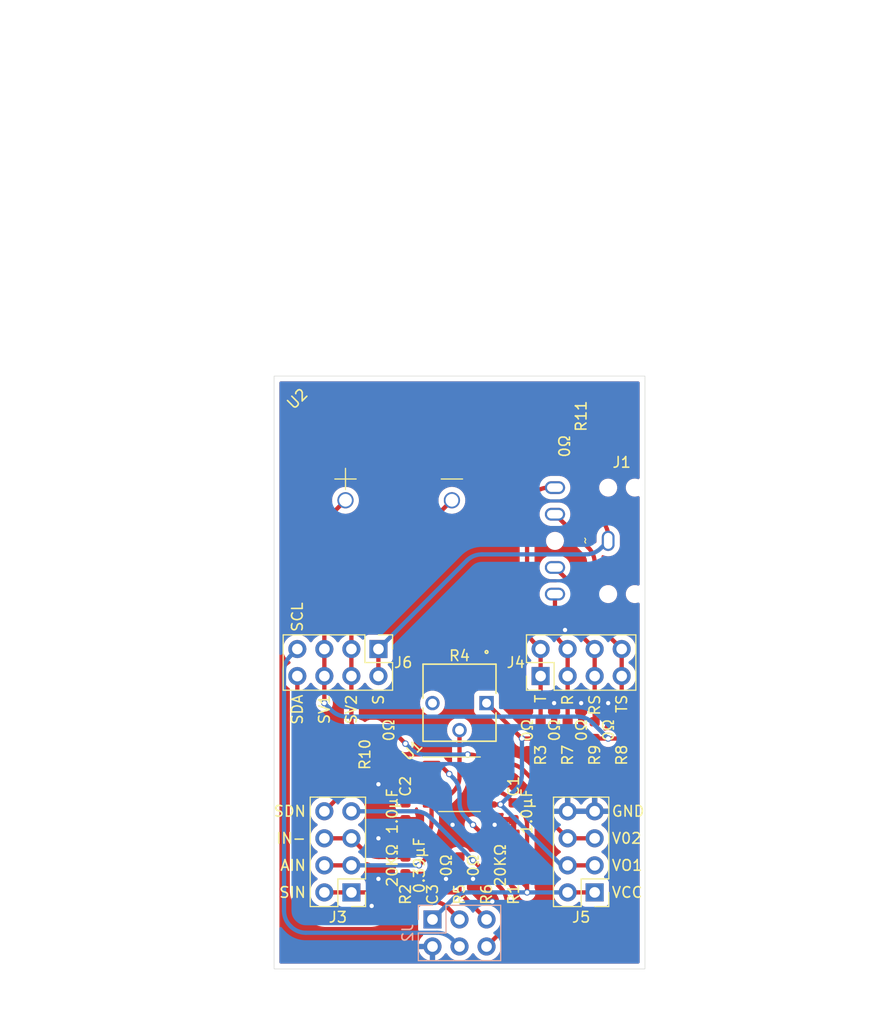
<source format=kicad_pcb>
(kicad_pcb (version 20240108) (generator "pcbnew") (generator_version "8.0")
  (layers (0 "F.Cu" signal) (31 "B.Cu" signal) (34 "B.Paste" user) (35 "F.Paste" user) (36 "B.SilkS" user "B.Silkscreen") (37 "F.SilkS" user "F.Silkscreen") (38 "B.Mask" user) (39 "F.Mask" user) (44 "Edge.Cuts" user))
  (net 0 "")
  (net 1 "GND")
  (net 2 "+3V3")
  (net 3 "IN+")
  (net 4 "Net-(C3-Pad2)")
  (net 5 "SAO_IN")
  (net 6 "SPK_V01")
  (net 7 "VO1")
  (net 8 "AMP_IN")
  (net 9 "HP_TIP")
  (net 10 "Shutdown")
  (net 11 "IN-")
  (net 13 "VO2")
  (net 14 "HP_TIP_SEN")
  (net 15 "HP_RING")
  (net 16 "HP_RING_SEN")
  (net 17 "HP_SLEEVE")
  (net 18 "SCL")
  (net 19 "SDA")
  (net 20 "SAO_SHDN")
  (net 21 "SPK_VO2")
  (footprint "Swadge_Parts:POT_3362P" (layer "F.Cu") (at 157.48 81.28 180)
    (property "Reference" "R4" (at 2.54 4.445 0) (layer "F.SilkS"))
    (property "Value" "3362P-1-103LF")
    (fp_line (start 5.969 3.6576) (end 5.969 0.470524) (stroke (width 0.1524)) (layer "F.SilkS"))
    (fp_line (start 5.969 -0.470524) (end 5.969 -3.5814) (stroke (width 0.1524)) (layer "F.SilkS"))
    (fp_line (start 5.969 -3.5814) (end -0.889 -3.5814) (stroke (width 0.1524)) (layer "F.SilkS"))
    (fp_line (start -0.889 3.6576) (end 5.969 3.6576) (stroke (width 0.1524)) (layer "F.SilkS"))
    (fp_line (start -0.889 0.926286) (end -0.889 3.6576) (stroke (width 0.1524)) (layer "F.SilkS"))
    (fp_line (start -0.889 -3.5814) (end -0.889 -0.926286) (stroke (width 0.1524)) (layer "F.SilkS"))
    (fp_circle (center 0 4.8006) (end 0.127 4.8006) (stroke (width 0.1524)) (fill none) (layer "F.SilkS"))
    (pad "1" thru_hole rect (at 0 0 180) (size 1.3462 1.3462) (drill 0.8382) (layers "*.Cu" "*.Mask") (net 7 "VO1"))
    (pad "2" thru_hole circle (at 2.54 -2.54 180) (size 1.3462 1.3462) (drill 0.8382) (layers "*.Cu" "*.Mask") (net 11 "IN-"))
    (pad "3" thru_hole circle (at 5.08 0 180) (size 1.3462 1.3462) (drill 0.8382) (layers "*.Cu" "*.Mask"))
  )
  (footprint "Swadge_Parts:R_0603_1608Metric" (layer "F.Cu") (at 162.56 83.82 -90)
    (property "Reference" "R3" (at 1.27 0 90) (layer "F.SilkS") (effects (justify right)))
    (property "Value" "0Ω" (at 0 1.24 90) (layer "F.SilkS"))
    (pad "1" smd roundrect (at -0.7875 0 270) (size 0.875 0.95) (layers "F.Cu" "F.Paste" "F.Mask") (net 9 "HP_TIP"))
    (pad "2" smd roundrect (at 0.7875 0 270) (size 0.875 0.95) (layers "F.Cu" "F.Paste" "F.Mask") (net 7 "VO1"))
  )
  (footprint "Swadge_Parts:PinHeader_2x04_P2.54mm_Vertical" (layer "F.Cu") (at 162.56 78.74 90)
    (property "Reference" "J4" (at 1.27 -2.33 180) (layer "F.SilkS"))
    (property "Value" "Conn_02x04_Odd_Even")
    (fp_line (start 3.87 -1.33) (end 3.87 8.95) (stroke (width 0.12)) (layer "F.SilkS"))
    (fp_line (start 1.27 -1.33) (end 3.87 -1.33) (stroke (width 0.12)) (layer "F.SilkS"))
    (fp_line (start -1.33 -1.33) (end 0 -1.33) (stroke (width 0.12)) (layer "F.SilkS"))
    (fp_line (start -1.33 0) (end -1.33 -1.33) (stroke (width 0.12)) (layer "F.SilkS"))
    (fp_line (start 1.27 1.27) (end 1.27 -1.33) (stroke (width 0.12)) (layer "F.SilkS"))
    (fp_line (start -1.33 1.27) (end 1.27 1.27) (stroke (width 0.12)) (layer "F.SilkS"))
    (fp_line (start -1.33 1.27) (end -1.33 8.95) (stroke (width 0.12)) (layer "F.SilkS"))
    (fp_line (start -1.33 8.95) (end 3.87 8.95) (stroke (width 0.12)) (layer "F.SilkS"))
    (pad "1" thru_hole rect (at 0 0 90) (size 1.7 1.7) (drill 1) (layers "*.Cu" "*.Mask") (net 9 "HP_TIP"))
    (pad "2" thru_hole oval (at 2.54 0 90) (size 1.7 1.7) (drill 1) (layers "*.Cu" "*.Mask") (net 9 "HP_TIP"))
    (pad "3" thru_hole oval (at 0 2.54 90) (size 1.7 1.7) (drill 1) (layers "*.Cu" "*.Mask") (net 15 "HP_RING"))
    (pad "4" thru_hole oval (at 2.54 2.54 90) (size 1.7 1.7) (drill 1) (layers "*.Cu" "*.Mask") (net 15 "HP_RING"))
    (pad "5" thru_hole oval (at 0 5.08 90) (size 1.7 1.7) (drill 1) (layers "*.Cu" "*.Mask") (net 16 "HP_RING_SEN"))
    (pad "6" thru_hole oval (at 2.54 5.08 90) (size 1.7 1.7) (drill 1) (layers "*.Cu" "*.Mask") (net 16 "HP_RING_SEN"))
    (pad "7" thru_hole oval (at 0 7.62 90) (size 1.7 1.7) (drill 1) (layers "*.Cu" "*.Mask") (net 14 "HP_TIP_SEN"))
    (pad "8" thru_hole oval (at 2.54 7.62 90) (size 1.7 1.7) (drill 1) (layers "*.Cu" "*.Mask") (net 14 "HP_TIP_SEN"))
  )
  (footprint "Swadge_Parts:R_0603_1608Metric" (layer "F.Cu") (at 170.18 83.82 90)
    (property "Reference" "R8" (at -1.27 0 90) (layer "F.SilkS") (effects (justify right)))
    (property "Value" "0Ω" (at 0 -1.24 90) (layer "F.SilkS"))
    (pad "1" smd roundrect (at -0.7875 0 90) (size 0.875 0.95) (layers "F.Cu" "F.Paste" "F.Mask") (net 6 "SPK_V01"))
    (pad "2" smd roundrect (at 0.7875 0 90) (size 0.875 0.95) (layers "F.Cu" "F.Paste" "F.Mask") (net 14 "HP_TIP_SEN"))
  )
  (footprint "Swadge_Parts:PinHeader_2x04_P2.54mm_Vertical" (layer "F.Cu") (at 144.78 99.06 180)
    (property "Reference" "J3" (at 1.27 -2.33 0) (layer "F.SilkS"))
    (property "Value" "Conn_02x04_Odd_Even")
    (fp_line (start 3.87 -1.33) (end 3.87 8.95) (stroke (width 0.12)) (layer "F.SilkS"))
    (fp_line (start 1.27 1.27) (end 1.27 -1.33) (stroke (width 0.12)) (layer "F.SilkS"))
    (fp_line (start 1.27 -1.33) (end 3.87 -1.33) (stroke (width 0.12)) (layer "F.SilkS"))
    (fp_line (start -1.33 8.95) (end 3.87 8.95) (stroke (width 0.12)) (layer "F.SilkS"))
    (fp_line (start -1.33 1.27) (end 1.27 1.27) (stroke (width 0.12)) (layer "F.SilkS"))
    (fp_line (start -1.33 1.27) (end -1.33 8.95) (stroke (width 0.12)) (layer "F.SilkS"))
    (fp_line (start -1.33 0) (end -1.33 -1.33) (stroke (width 0.12)) (layer "F.SilkS"))
    (fp_line (start -1.33 -1.33) (end 0 -1.33) (stroke (width 0.12)) (layer "F.SilkS"))
    (pad "1" thru_hole rect (at 0 0 180) (size 1.7 1.7) (drill 1) (layers "*.Cu" "*.Mask") (net 5 "SAO_IN"))
    (pad "2" thru_hole oval (at 2.54 0 180) (size 1.7 1.7) (drill 1) (layers "*.Cu" "*.Mask") (net 5 "SAO_IN"))
    (pad "3" thru_hole oval (at 0 2.54 180) (size 1.7 1.7) (drill 1) (layers "*.Cu" "*.Mask") (net 8 "AMP_IN"))
    (pad "4" thru_hole oval (at 2.54 2.54 180) (size 1.7 1.7) (drill 1) (layers "*.Cu" "*.Mask") (net 8 "AMP_IN"))
    (pad "5" thru_hole oval (at 0 5.08 180) (size 1.7 1.7) (drill 1) (layers "*.Cu" "*.Mask") (net 11 "IN-"))
    (pad "6" thru_hole oval (at 2.54 5.08 180) (size 1.7 1.7) (drill 1) (layers "*.Cu" "*.Mask") (net 11 "IN-"))
    (pad "7" thru_hole oval (at 0 7.62 180) (size 1.7 1.7) (drill 1) (layers "*.Cu" "*.Mask") (net 20 "SAO_SHDN"))
    (pad "8" thru_hole oval (at 2.54 7.62 180) (size 1.7 1.7) (drill 1) (layers "*.Cu" "*.Mask") (net 10 "Shutdown"))
  )
  (footprint "Swadge_Parts:C_0603_1608Metric" (layer "F.Cu") (at 152.4 96.52 -90)
    (property "Reference" "C3" (at 1.651 0 90) (layer "F.SilkS") (effects (justify right)))
    (property "Value" "0.39µF" (at 0 1.24 90) (layer "F.SilkS"))
    (pad "1" smd roundrect (at -0.7875 0 270) (size 0.875 0.95) (layers "F.Cu" "F.Paste" "F.Mask") (net 8 "AMP_IN"))
    (pad "2" smd roundrect (at 0.7875 0 270) (size 0.875 0.95) (layers "F.Cu" "F.Paste" "F.Mask") (net 4 "Net-(C3-Pad2)"))
  )
  (footprint "Swadge_Parts:R_0603_1608Metric" (layer "F.Cu") (at 149.86 96.52 90)
    (property "Reference" "R2" (at -1.651 0 90) (layer "F.SilkS") (effects (justify right)))
    (property "Value" "20KΩ" (at 0 -1.24 90) (layer "F.SilkS"))
    (pad "1" smd roundrect (at -0.7875 0 90) (size 0.875 0.95) (layers "F.Cu" "F.Paste" "F.Mask") (net 4 "Net-(C3-Pad2)"))
    (pad "2" smd roundrect (at 0.7875 0 90) (size 0.875 0.95) (layers "F.Cu" "F.Paste" "F.Mask") (net 11 "IN-"))
  )
  (footprint "Swadge_Parts:R_0603_1608Metric" (layer "F.Cu") (at 157.48 96.52 -90)
    (property "Reference" "R6" (at 1.651 0 90) (layer "F.SilkS") (effects (justify right)))
    (property "Value" "0Ω" (at 0 1.24 90) (layer "F.SilkS"))
    (pad "1" smd roundrect (at -0.7875 0 270) (size 0.875 0.95) (layers "F.Cu" "F.Paste" "F.Mask") (net 10 "Shutdown"))
    (pad "2" smd roundrect (at 0.7875 0 270) (size 0.875 0.95) (layers "F.Cu" "F.Paste" "F.Mask") (net 20 "SAO_SHDN"))
  )
  (footprint "Swadge_Parts:R_0603_1608Metric" (layer "F.Cu") (at 160.02 96.52 -90)
    (property "Reference" "R1" (at 1.651 0 90) (layer "F.SilkS") (effects (justify right)))
    (property "Value" "20KΩ" (at 0 1.24 90) (layer "F.SilkS"))
    (pad "1" smd roundrect (at -0.7875 0 270) (size 0.875 0.95) (layers "F.Cu" "F.Paste" "F.Mask") (net 10 "Shutdown"))
    (pad "2" smd roundrect (at 0.7875 0 270) (size 0.875 0.95) (layers "F.Cu" "F.Paste" "F.Mask") (net 2 "+3V3"))
  )
  (footprint "Swadge_Parts:R_0603_1608Metric" (layer "F.Cu") (at 146.05 83.82)
    (property "Reference" "R10" (at 0 0.732 90) (layer "F.SilkS") (effects (justify right)))
    (property "Value" "0Ω" (at 2.256 0 90) (layer "F.SilkS"))
    (pad "1" smd roundrect (at -0.7875 0) (size 0.875 0.95) (layers "F.Cu" "F.Paste" "F.Mask") (net 21 "SPK_VO2"))
    (pad "2" smd roundrect (at 0.7875 0) (size 0.875 0.95) (layers "F.Cu" "F.Paste" "F.Mask") (net 13 "VO2"))
  )
  (footprint "Swadge_Parts:R_0603_1608Metric" (layer "F.Cu") (at 165.1 83.82 -90)
    (property "Reference" "R7" (at 1.27 0 90) (layer "F.SilkS") (effects (justify right)))
    (property "Value" "0Ω" (at 0 1.24 90) (layer "F.SilkS"))
    (pad "1" smd roundrect (at -0.7875 0 270) (size 0.875 0.95) (layers "F.Cu" "F.Paste" "F.Mask") (net 15 "HP_RING"))
    (pad "2" smd roundrect (at 0.7875 0 270) (size 0.875 0.95) (layers "F.Cu" "F.Paste" "F.Mask") (net 7 "VO1"))
  )
  (footprint "Swadge_Parts:R_0603_1608Metric" (layer "F.Cu") (at 167.64 83.82 90)
    (property "Reference" "R9" (at -1.27 0 90) (layer "F.SilkS") (effects (justify right)))
    (property "Value" "0Ω" (at 0 -1.24 90) (layer "F.SilkS"))
    (pad "1" smd roundrect (at -0.7875 0 90) (size 0.875 0.95) (layers "F.Cu" "F.Paste" "F.Mask") (net 6 "SPK_V01"))
    (pad "2" smd roundrect (at 0.7875 0 90) (size 0.875 0.95) (layers "F.Cu" "F.Paste" "F.Mask") (net 16 "HP_RING_SEN"))
  )
  (footprint "Swadge_Parts:R_0603_1608Metric" (layer "F.Cu") (at 166.37 57.15 -90)
    (property "Reference" "R11" (at -1.27 0 90) (layer "F.SilkS") (effects (justify left)))
    (property "Value" "0Ω" (at 0 1.554 90) (layer "F.SilkS"))
    (pad "1" smd roundrect (at -0.7875 0 270) (size 0.875 0.95) (layers "F.Cu" "F.Paste" "F.Mask") (net 1 "GND"))
    (pad "2" smd roundrect (at 0.7875 0 270) (size 0.875 0.95) (layers "F.Cu" "F.Paste" "F.Mask") (net 17 "HP_SLEEVE"))
  )
  (footprint "Swadge_Parts:C_0603_1608Metric" (layer "F.Cu") (at 149.86 91.44 -90)
    (property "Reference" "C2" (at -1.27 0 90) (layer "F.SilkS") (effects (justify left)))
    (property "Value" "1.0µF" (at 0 1.24 90) (layer "F.SilkS"))
    (pad "1" smd roundrect (at -0.7875 0 270) (size 0.875 0.95) (layers "F.Cu" "F.Paste" "F.Mask") (net 3 "IN+"))
    (pad "2" smd roundrect (at 0.7875 0 270) (size 0.875 0.95) (layers "F.Cu" "F.Paste" "F.Mask") (net 1 "GND"))
  )
  (footprint "Swadge_Parts:C_0603_1608Metric" (layer "F.Cu") (at 160.02 91.44 -90)
    (property "Reference" "C1" (at -1.27 0 90) (layer "F.SilkS") (effects (justify left)))
    (property "Value" "1.0µF" (at 0 -1.24 90) (layer "F.SilkS"))
    (pad "1" smd roundrect (at -0.7875 0 270) (size 0.875 0.95) (layers "F.Cu" "F.Paste" "F.Mask") (net 2 "+3V3"))
    (pad "2" smd roundrect (at 0.7875 0 270) (size 0.875 0.95) (layers "F.Cu" "F.Paste" "F.Mask") (net 1 "GND"))
  )
  (footprint "Swadge_Parts:INGHAi GSPK2308P-8R0.5W" (layer "F.Cu") (at 149.225 62.23)
    (property "Reference" "U2" (at -9.525 -9.525 45) (layer "F.SilkS"))
    (property "Value" "INGHAi_GSPK2307P-8R1W")
    (fp_line (start -6 -2) (end -4 -2) (stroke (width 0.12)) (layer "F.SilkS"))
    (fp_line (start -5 -1) (end -5 -3) (stroke (width 0.12)) (layer "F.SilkS"))
    (fp_line (start 4 -2) (end 6 -2) (stroke (width 0.12)) (layer "F.SilkS"))
    (pad "1" thru_hole circle (at -5 0) (size 1.524 1.524) (drill 1.2) (layers "*.Cu" "*.Mask") (net 6 "SPK_V01"))
    (pad "2" thru_hole circle (at 5 0) (size 1.524 1.524) (drill 1.2) (layers "*.Cu" "*.Mask") (net 21 "SPK_VO2"))
  )
  (footprint "Swadge_Parts:SOP-8_3.9x4.9mm_P1.27mm" (layer "F.Cu") (at 154.94 88.9)
    (property "Reference" "U1" (at -4.445 -3.175 45) (layer "F.SilkS"))
    (property "Value" "FM8002A")
    (fp_line (start 0 -2.56) (end -3.45 -2.56) (stroke (width 0.12)) (layer "F.SilkS"))
    (fp_line (start 0 -2.56) (end 1.95 -2.56) (stroke (width 0.12)) (layer "F.SilkS"))
    (fp_line (start 0 2.56) (end -1.95 2.56) (stroke (width 0.12)) (layer "F.SilkS"))
    (fp_line (start 0 2.56) (end 1.95 2.56) (stroke (width 0.12)) (layer "F.SilkS"))
    (pad "1" smd roundrect (at -2.625 -1.905) (size 1.65 0.6) (layers "F.Cu" "F.Paste" "F.Mask") (net 10 "Shutdown"))
    (pad "2" smd roundrect (at -2.625 -0.635) (size 1.65 0.6) (layers "F.Cu" "F.Paste" "F.Mask") (net 3 "IN+"))
    (pad "3" smd roundrect (at -2.625 0.635) (size 1.65 0.6) (layers "F.Cu" "F.Paste" "F.Mask") (net 3 "IN+"))
    (pad "4" smd roundrect (at -2.625 1.905) (size 1.65 0.6) (layers "F.Cu" "F.Paste" "F.Mask") (net 11 "IN-"))
    (pad "5" smd roundrect (at 2.625 1.905) (size 1.65 0.6) (layers "F.Cu" "F.Paste" "F.Mask") (net 7 "VO1"))
    (pad "6" smd roundrect (at 2.625 0.635) (size 1.65 0.6) (layers "F.Cu" "F.Paste" "F.Mask") (net 2 "+3V3"))
    (pad "7" smd roundrect (at 2.625 -0.635) (size 1.65 0.6) (layers "F.Cu" "F.Paste" "F.Mask") (net 1 "GND"))
    (pad "8" smd roundrect (at 2.625 -1.905) (size 1.65 0.6) (layers "F.Cu" "F.Paste" "F.Mask") (net 13 "VO2"))
  )
  (footprint "Swadge_Parts:R_0603_1608Metric" (layer "F.Cu") (at 154.94 96.52 -90)
    (property "Reference" "R5" (at 1.651 0 90) (layer "F.SilkS") (effects (justify right)))
    (property "Value" "0Ω" (at 0 1.24 90) (layer "F.SilkS"))
    (pad "1" smd roundrect (at -0.7875 0 270) (size 0.875 0.95) (layers "F.Cu" "F.Paste" "F.Mask") (net 8 "AMP_IN"))
    (pad "2" smd roundrect (at 0.7875 0 270) (size 0.875 0.95) (layers "F.Cu" "F.Paste" "F.Mask") (net 5 "SAO_IN"))
  )
  (footprint "Swadge_Parts:PinHeader_2x04_P2.54mm_Vertical" (layer "F.Cu") (at 147.32 76.2 -90)
    (property "Reference" "J6" (at 1.27 -2.33 180) (layer "F.SilkS"))
    (property "Value" "Conn_02x04_Odd_Even")
    (fp_line (start -1.33 8.95) (end 3.87 8.95) (stroke (width 0.12)) (layer "F.SilkS"))
    (fp_line (start -1.33 1.27) (end -1.33 8.95) (stroke (width 0.12)) (layer "F.SilkS"))
    (fp_line (start -1.33 1.27) (end 1.27 1.27) (stroke (width 0.12)) (layer "F.SilkS"))
    (fp_line (start 1.27 1.27) (end 1.27 -1.33) (stroke (width 0.12)) (layer "F.SilkS"))
    (fp_line (start -1.33 0) (end -1.33 -1.33) (stroke (width 0.12)) (layer "F.SilkS"))
    (fp_line (start -1.33 -1.33) (end 0 -1.33) (stroke (width 0.12)) (layer "F.SilkS"))
    (fp_line (start 1.27 -1.33) (end 3.87 -1.33) (stroke (width 0.12)) (layer "F.SilkS"))
    (fp_line (start 3.87 -1.33) (end 3.87 8.95) (stroke (width 0.12)) (layer "F.SilkS"))
    (pad "1" thru_hole rect (at 0 0 270) (size 1.7 1.7) (drill 1) (layers "*.Cu" "*.Mask") (net 17 "HP_SLEEVE"))
    (pad "2" thru_hole oval (at 2.54 0 270) (size 1.7 1.7) (drill 1) (layers "*.Cu" "*.Mask") (net 17 "HP_SLEEVE"))
    (pad "3" thru_hole oval (at 0 2.54 270) (size 1.7 1.7) (drill 1) (layers "*.Cu" "*.Mask") (net 21 "SPK_VO2"))
    (pad "4" thru_hole oval (at 2.54 2.54 270) (size 1.7 1.7) (drill 1) (layers "*.Cu" "*.Mask") (net 21 "SPK_VO2"))
    (pad "5" thru_hole oval (at 0 5.08 270) (size 1.7 1.7) (drill 1) (layers "*.Cu" "*.Mask") (net 6 "SPK_V01"))
    (pad "6" thru_hole oval (at 2.54 5.08 270) (size 1.7 1.7) (drill 1) (layers "*.Cu" "*.Mask") (net 6 "SPK_V01"))
    (pad "7" thru_hole oval (at 0 7.62 270) (size 1.7 1.7) (drill 1) (layers "*.Cu" "*.Mask") (net 18 "SCL"))
    (pad "8" thru_hole oval (at 2.54 7.62 270) (size 1.7 1.7) (drill 1) (layers "*.Cu" "*.Mask") (net 19 "SDA"))
  )
  (footprint "Swadge_Parts:PinHeader_2x04_P2.54mm_Vertical" (layer "F.Cu") (at 167.64 99.06 180)
    (property "Reference" "J5" (at 1.27 -2.33 0) (layer "F.SilkS"))
    (property "Value" "Conn_02x04_Odd_Even")
    (fp_line (start 3.87 -1.33) (end 3.87 8.95) (stroke (width 0.12)) (layer "F.SilkS"))
    (fp_line (start 1.27 1.27) (end 1.27 -1.33) (stroke (width 0.12)) (layer "F.SilkS"))
    (fp_line (start 1.27 -1.33) (end 3.87 -1.33) (stroke (width 0.12)) (layer "F.SilkS"))
    (fp_line (start -1.33 8.95) (end 3.87 8.95) (stroke (width 0.12)) (layer "F.SilkS"))
    (fp_line (start -1.33 1.27) (end 1.27 1.27) (stroke (width 0.12)) (layer "F.SilkS"))
    (fp_line (start -1.33 1.27) (end -1.33 8.95) (stroke (width 0.12)) (layer "F.SilkS"))
    (fp_line (start -1.33 0) (end -1.33 -1.33) (stroke (width 0.12)) (layer "F.SilkS"))
    (fp_line (start -1.33 -1.33) (end 0 -1.33) (stroke (width 0.12)) (layer "F.SilkS"))
    (pad "1" thru_hole rect (at 0 0 180) (size 1.7 1.7) (drill 1) (layers "*.Cu" "*.Mask") (net 2 "+3V3"))
    (pad "2" thru_hole oval (at 2.54 0 180) (size 1.7 1.7) (drill 1) (layers "*.Cu" "*.Mask") (net 2 "+3V3"))
    (pad "3" thru_hole oval (at 0 2.54 180) (size 1.7 1.7) (drill 1) (layers "*.Cu" "*.Mask") (net 7 "VO1"))
    (pad "4" thru_hole oval (at 2.54 2.54 180) (size 1.7 1.7) (drill 1) (layers "*.Cu" "*.Mask") (net 7 "VO1"))
    (pad "5" thru_hole oval (at 0 5.08 180) (size 1.7 1.7) (drill 1) (layers "*.Cu" "*.Mask") (net 13 "VO2"))
    (pad "6" thru_hole oval (at 2.54 5.08 180) (size 1.7 1.7) (drill 1) (layers "*.Cu" "*.Mask") (net 13 "VO2"))
    (pad "7" thru_hole oval (at 0 7.62 180) (size 1.7 1.7) (drill 1) (layers "*.Cu" "*.Mask") (net 1 "GND"))
    (pad "8" thru_hole oval (at 2.54 7.62 180) (size 1.7 1.7) (drill 1) (layers "*.Cu" "*.Mask") (net 1 "GND"))
  )
  (footprint "Swadge_Parts:PJ-307C" (layer "F.Cu") (at 168.91 66.04 -90)
    (property "Reference" "J1" (at -7.375 -1.27 0) (layer "F.SilkS"))
    (property "Value" "~" (at 0 2.125 -90) (layer "F.SilkS") (effects (font (thickness 0.1))))
    (pad "" np_thru_hole circle (at -5 -2.5 270) (size 1.2 1.2) (drill 1.2) (layers "F&B.Cu" "*.Mask"))
    (pad "" np_thru_hole circle (at -5 0 270) (size 1.2 1.2) (drill 1.2) (layers "F&B.Cu" "*.Mask"))
    (pad "" np_thru_hole circle (at 0 5 270) (size 1.2 1.2) (drill 1.2) (layers "F&B.Cu" "*.Mask"))
    (pad "" np_thru_hole circle (at 5 -2.5 270) (size 1.2 1.2) (drill 1.2) (layers "F&B.Cu" "*.Mask"))
    (pad "" np_thru_hole circle (at 5 0 270) (size 1.2 1.2) (drill 1.2) (layers "F&B.Cu" "*.Mask"))
    (pad "1" thru_hole oval (at 0 0 270) (size 1.9 1.2) (drill oval 1.5 0.8) (layers "*.Cu" "*.Mask") (net 17 "HP_SLEEVE"))
    (pad "2" thru_hole oval (at 5 5 90) (size 1.2 1.9) (drill oval 0.8 1.5) (layers "*.Cu" "*.Mask") (net 15 "HP_RING"))
    (pad "3" thru_hole oval (at 2.5 5 90) (size 1.2 1.9) (drill oval 0.8 1.5) (layers "*.Cu" "*.Mask") (net 16 "HP_RING_SEN"))
    (pad "4" thru_hole oval (at -2.5 5 90) (size 1.2 1.9) (drill oval 0.8 1.5) (layers "*.Cu" "*.Mask") (net 14 "HP_TIP_SEN"))
    (pad "5" thru_hole oval (at -5 5 90) (size 1.2 1.9) (drill oval 0.8 1.5) (layers "*.Cu" "*.Mask") (net 9 "HP_TIP"))
  )
  (footprint "Swadge_Parts:PinHeader_2x03_P2.54mm_Vertical" (layer "B.Cu") (at 152.4 101.6 -90)
    (property "Reference" "J2" (at 1.27 2.33 90) (layer "B.SilkS") (effects (justify mirror)))
    (property "Value" "Conn_02x03_Odd_Even")
    (fp_line (start -1.33 1.33) (end -1.33 0) (stroke (width 0.12)) (layer "B.SilkS"))
    (fp_line (start 0 1.33) (end -1.33 1.33) (stroke (width 0.12)) (layer "B.SilkS"))
    (fp_line (start 1.27 1.33) (end 1.27 -1.27) (stroke (width 0.12)) (layer "B.SilkS"))
    (fp_line (start 3.87 1.33) (end 1.27 1.33) (stroke (width 0.12)) (layer "B.SilkS"))
    (fp_line (start 1.27 -1.27) (end -1.33 -1.27) (stroke (width 0.12)) (layer "B.SilkS"))
    (fp_line (start -1.33 -6.41) (end -1.33 -1.27) (stroke (width 0.12)) (layer "B.SilkS"))
    (fp_line (start 3.87 -6.41) (end 3.87 1.33) (stroke (width 0.12)) (layer "B.SilkS"))
    (fp_line (start 3.87 -6.41) (end -1.33 -6.41) (stroke (width 0.12)) (layer "B.SilkS"))
    (pad "1" thru_hole rect (at 0 0 270) (size 1.7 1.7) (drill 1) (layers "*.Cu" "*.Mask") (net 2 "+3V3"))
    (pad "2" thru_hole oval (at 2.54 0 270) (size 1.7 1.7) (drill 1) (layers "*.Cu" "*.Mask") (net 1 "GND"))
    (pad "3" thru_hole oval (at 0 -2.54 270) (size 1.7 1.7) (drill 1) (layers "*.Cu" "*.Mask") (net 19 "SDA"))
    (pad "4" thru_hole oval (at 2.54 -2.54 270) (size 1.7 1.7) (drill 1) (layers "*.Cu" "*.Mask") (net 18 "SCL"))
    (pad "5" thru_hole oval (at 0 -5.08 270) (size 1.7 1.7) (drill 1) (layers "*.Cu" "*.Mask") (net 5 "SAO_IN"))
    (pad "6" thru_hole oval (at 2.54 -5.08 270) (size 1.7 1.7) (drill 1) (layers "*.Cu" "*.Mask") (net 20 "SAO_SHDN"))
  )
  (gr_rect (start 137.5156 50.562752) (end 172.3644 106.2482) (stroke (width 0.05)) (fill none) (layer "Edge.Cuts"))
  (gr_text "SV2" (at 144.78 80.391 90) (layer "F.SilkS") (effects (font (size 1 1)) (justify right)))
  (gr_text "TS" (at 170.18 80.391 90) (layer "F.SilkS") (effects (font (size 1 1)) (justify right)))
  (gr_text "VO1" (at 169.164 96.52 0) (layer "F.SilkS") (effects (font (size 1 1)) (justify left)))
  (gr_text "SIN" (at 140.589 99.06 0) (layer "F.SilkS") (effects (font (size 1 1)) (justify right)))
  (gr_text "SDA" (at 139.7 80.391 90) (layer "F.SilkS") (effects (font (size 1 1)) (justify right)))
  (gr_text "AIN" (at 140.589 96.52 0) (layer "F.SilkS") (effects (font (size 1 1)) (justify right)))
  (gr_text "R" (at 165.1 80.391 90) (layer "F.SilkS") (effects (font (size 1 1)) (justify right)))
  (gr_text "SCL" (at 139.7 74.676 90) (layer "F.SilkS") (effects (font (size 1 1)) (justify left)))
  (gr_text "SDN" (at 140.589 91.44 0) (layer "F.SilkS") (effects (font (size 1 1)) (justify right)))
  (gr_text "GND" (at 169.164 91.44 0) (layer "F.SilkS") (effects (font (size 1 1)) (justify left)))
  (gr_text "RS" (at 167.64 80.391 90) (layer "F.SilkS") (effects (font (size 1 1)) (justify right)))
  (gr_text "T" (at 162.56 80.391 90) (layer "F.SilkS") (effects (font (size 1 1)) (justify right)))
  (gr_text "IN-" (at 140.589 93.98 0) (layer "F.SilkS") (effects (font (size 1 1)) (justify right)))
  (gr_text "S" (at 147.32 80.391 90) (layer "F.SilkS") (effects (font (size 1 1)) (justify right)))
  (gr_text "V02" (at 169.164 93.98 0) (layer "F.SilkS") (effects (font (size 1 1)) (justify left)))
  (gr_text "VCC" (at 169.164 99.06 0) (layer "F.SilkS") (effects (font (size 1 1)) (justify left)))
  (gr_text "SV1" (at 142.24 80.391 90) (layer "F.SilkS") (effects (font (size 1 1)) (justify right)))
  (via (at 147.32 88.9) (size 0.6) (drill 0.4) (layers "F.Cu" "B.Cu") (net 1))
  (via (at 147.32 97.79) (size 0.6) (drill 0.4) (layers "F.Cu" "B.Cu") (net 1))
  (via (at 147.32 93.98) (size 0.6) (drill 0.4) (layers "F.Cu" "B.Cu") (net 1))
  (via (at 153.67 97.79) (size 0.6) (drill 0.4) (layers "F.Cu" "B.Cu") (net 1))
  (via (at 158.021037 99.918094) (size 0.6) (drill 0.4) (layers "F.Cu" "B.Cu") (net 1))
  (via (at 166.37 81.28) (size 0.6) (drill 0.4) (layers "F.Cu" "B.Cu") (net 1))
  (via (at 163.83 81.28) (size 0.6) (drill 0.4) (layers "F.Cu" "B.Cu") (net 1))
  (via (at 164.853611 74.410677) (size 0.6) (drill 0.4) (layers "F.Cu" "B.Cu") (net 1))
  (via (at 168.91 81.28) (size 0.6) (drill 0.4) (layers "F.Cu" "B.Cu") (net 1))
  (via (at 146.685 100.33) (size 0.6) (drill 0.4) (layers "F.Cu" "B.Cu") (net 1))
  (via (at 158.240574 92.71) (size 0.6) (drill 0.4) (layers "F.Cu" "B.Cu") (net 1))
  (via (at 154.288037 92.71) (size 0.6) (drill 0.4) (layers "F.Cu" "B.Cu") (net 1))
  (via (at 156.21 97.79) (size 0.6) (drill 0.4) (layers "F.Cu" "B.Cu") (net 1))
  (segment (start 161.29 92.750927) (end 161.29 99.06) (width 0.4) (layer "F.Cu") (net 2))
  (segment (start 157.565 89.535) (end 158.074073 89.535) (width 0.4) (layer "F.Cu") (net 2))
  (segment (start 161.29 98.5775) (end 161.29 99.06) (width 0.4) (layer "F.Cu") (net 2))
  (segment (start 160.02 90.6525) (end 160.704214 91.336714) (width 0.4) (layer "F.Cu") (net 2))
  (segment (start 165.1 99.06) (end 167.64 99.06) (width 0.4) (layer "F.Cu") (net 2))
  (segment (start 160.02 97.3075) (end 161.29 98.5775) (width 0.4) (layer "F.Cu") (net 2))
  (segment (start 159.488287 90.120787) (end 160.02 90.6525) (width 0.4) (layer "F.Cu") (net 2))
  (via (at 161.29 99.06) (size 0.6) (drill 0.4) (layers "F.Cu" "B.Cu") (net 2))
  (arc (start 160.704214 91.336714) (mid 161.137759 91.98556) (end 161.29 92.750927) (width 0.4) (layer "F.Cu") (net 2))
  (arc (start 158.074073 89.535) (mid 158.83944 89.687241) (end 159.488287 90.120787) (width 0.4) (layer "F.Cu") (net 2))
  (segment (start 155.768427 99.06) (end 161.29 99.06) (width 0.4) (layer "B.Cu") (net 2))
  (segment (start 152.4 101.6) (end 154.354214 99.645786) (width 0.4) (layer "B.Cu") (net 2))
  (segment (start 161.29 99.06) (end 165.1 99.06) (width 0.4) (layer "B.Cu") (net 2))
  (arc (start 155.768427 99.06) (mid 155.00306 99.212241) (end 154.354214 99.645786) (width 0.4) (layer "B.Cu") (net 2))
  (segment (start 151.805927 89.535) (end 152.315 89.535) (width 0.4) (layer "F.Cu") (net 3))
  (segment (start 149.86 90.6525) (end 149.86 90.363427) (width 0.4) (layer "F.Cu") (net 3))
  (segment (start 150.445787 88.949213) (end 150.544214 88.850786) (width 0.4) (layer "F.Cu") (net 3))
  (segment (start 149.86 90.6525) (end 150.391714 90.120786) (width 0.4) (layer "F.Cu") (net 3))
  (segment (start 151.958427 88.265) (end 152.315 88.265) (width 0.4) (layer "F.Cu") (net 3))
  (arc (start 150.544214 88.850786) (mid 151.19306 88.417241) (end 151.958427 88.265) (width 0.4) (layer "F.Cu") (net 3))
  (arc (start 150.391714 90.120786) (mid 151.04056 89.687241) (end 151.805927 89.535) (width 0.4) (layer "F.Cu") (net 3))
  (arc (start 149.86 90.363427) (mid 150.012241 89.59806) (end 150.445787 88.949213) (width 0.4) (layer "F.Cu") (net 3))
  (segment (start 152.4 97.3075) (end 149.86 97.3075) (width 0.4) (layer "F.Cu") (net 4))
  (segment (start 144.78 99.06) (end 154.94 99.06) (width 0.4) (layer "F.Cu") (net 5))
  (segment (start 157.48 101.6) (end 154.94 99.06) (width 0.4) (layer "F.Cu") (net 5))
  (segment (start 144.78 99.06) (end 142.24 99.06) (width 0.4) (layer "F.Cu") (net 5))
  (segment (start 154.94 99.06) (end 154.94 97.3075) (width 0.4) (layer "F.Cu") (net 5))
  (segment (start 142.24 76.2) (end 142.24 78.74) (width 0.4) (layer "F.Cu") (net 6))
  (segment (start 142.24 81.28) (end 142.24 78.74) (width 0.4) (layer "F.Cu") (net 6))
  (segment (start 142.24 76.2) (end 142.24 65.043427) (width 0.4) (layer "F.Cu") (net 6))
  (segment (start 168.91 84.6075) (end 167.64 84.6075) (width 0.4) (layer "F.Cu") (net 6))
  (segment (start 142.825787 63.629213) (end 144.225 62.23) (width 0.4) (layer "F.Cu") (net 6))
  (segment (start 170.18 84.6075) (end 168.91 84.6075) (width 0.4) (layer "F.Cu") (net 6))
  (via (at 168.91 84.6075) (size 0.6) (drill 0.4) (layers "F.Cu" "B.Cu") (net 6))
  (via (at 142.24 81.28) (size 0.6) (drill 0.4) (layers "F.Cu" "B.Cu") (net 6))
  (arc (start 142.825787 63.629213) (mid 142.392241 64.27806) (end 142.24 65.043427) (width 0.4) (layer "F.Cu") (net 6))
  (segment (start 142.924213 81.964213) (end 142.24 81.28) (width 0.4) (layer "B.Cu") (net 6))
  (segment (start 168.91 84.6075) (end 167.438286 83.135786) (width 0.4) (layer "B.Cu") (net 6))
  (segment (start 166.024073 82.55) (end 144.338427 82.55) (width 0.4) (layer "B.Cu") (net 6))
  (arc (start 142.924213 81.964213) (mid 143.57306 82.397759) (end 144.338427 82.55) (width 0.4) (layer "B.Cu") (net 6))
  (arc (start 167.438286 83.135786) (mid 166.78944 82.702241) (end 166.024073 82.55) (width 0.4) (layer "B.Cu") (net 6))
  (segment (start 165.1 84.6075) (end 162.56 84.6075) (width 0.4) (layer "F.Cu") (net 7))
  (segment (start 160.8075 84.6075) (end 157.48 81.28) (width 0.4) (layer "F.Cu") (net 7))
  (segment (start 165.1 96.52) (end 167.64 96.52) (width 0.4) (layer "F.Cu") (net 7))
  (segment (start 157.565 90.805) (end 158.8 90.805) (width 0.4) (layer "F.Cu") (net 7))
  (segment (start 162.56 84.6075) (end 160.8075 84.6075) (width 0.4) (layer "F.Cu") (net 7))
  (via (at 158.8 90.805) (size 0.6) (drill 0.4) (layers "F.Cu" "B.Cu") (net 7))
  (via (at 160.8075 84.6075) (size 0.6) (drill 0.4) (layers "F.Cu" "B.Cu") (net 7))
  (segment (start 164.515 96.52) (end 158.8 90.805) (width 0.4) (layer "B.Cu") (net 7))
  (segment (start 160.8075 87.969073) (end 160.8075 84.6075) (width 0.4) (layer "B.Cu") (net 7))
  (segment (start 158.8 90.805) (end 160.221714 89.383286) (width 0.4) (layer "B.Cu") (net 7))
  (arc (start 160.8075 87.969073) (mid 160.655259 88.73444) (end 160.221714 89.383286) (width 0.4) (layer "B.Cu") (net 7))
  (segment (start 151.9175 95.7325) (end 151.13 96.52) (width 0.4) (layer "F.Cu") (net 8))
  (segment (start 154.94 95.7325) (end 152.4 95.7325) (width 0.4) (layer "F.Cu") (net 8))
  (segment (start 152.4 95.7325) (end 151.9175 95.7325) (width 0.4) (layer "F.Cu") (net 8))
  (segment (start 142.24 96.52) (end 144.78 96.52) (width 0.4) (layer "F.Cu") (net 8))
  (via (at 151.13 96.52) (size 0.6) (drill 0.4) (layers "F.Cu" "B.Cu") (net 8))
  (segment (start 151.13 96.52) (end 144.78 96.52) (width 0.4) (layer "B.Cu") (net 8))
  (segment (start 163.91 61.04) (end 163.308427 61.04) (width 0.4) (layer "F.Cu") (net 9))
  (segment (start 162.56 78.74) (end 162.56 76.2) (width 0.4) (layer "F.Cu") (net 9))
  (segment (start 162.56 83.0325) (end 162.56 78.74) (width 0.4) (layer "F.Cu") (net 9))
  (segment (start 161.875787 75.515787) (end 162.56 76.2) (width 0.4) (layer "F.Cu") (net 9))
  (segment (start 161.894213 61.625787) (end 161.875786 61.644214) (width 0.4) (layer "F.Cu") (net 9))
  (segment (start 161.29 63.058427) (end 161.29 74.101573) (width 0.4) (layer "F.Cu") (net 9))
  (arc (start 161.29 63.058427) (mid 161.442241 62.29306) (end 161.875786 61.644214) (width 0.4) (layer "F.Cu") (net 9))
  (arc (start 161.29 74.101573) (mid 161.442241 74.86694) (end 161.875787 75.515787) (width 0.4) (layer "F.Cu") (net 9))
  (arc (start 161.894213 61.625787) (mid 162.54306 61.192241) (end 163.308427 61.04) (width 0.4) (layer "F.Cu") (net 9))
  (segment (start 157.48 95.7325) (end 160.02 95.7325) (width 0.4) (layer "F.Cu") (net 10))
  (segment (start 153.327893 87.287893) (end 153.976923 87.936923) (width 0.4) (layer "F.Cu") (net 10))
  (segment (start 146.099213 87.580787) (end 142.24 91.44) (width 0.4) (layer "F.Cu") (net 10))
  (segment (start 156.21 92.71) (end 156.894214 93.394214) (width 0.4) (layer "F.Cu") (net 10))
  (segment (start 152.315 86.995) (end 152.620786 86.995) (width 0.4) (layer "F.Cu") (net 10))
  (segment (start 157.48 94.808427) (end 157.48 95.7325) (width 0.4) (layer "F.Cu") (net 10))
  (segment (start 152.315 86.995) (end 147.513427 86.995) (width 0.4) (layer "F.Cu") (net 10))
  (via (at 156.21 92.71) (size 0.6) (drill 0.4) (layers "F.Cu" "B.Cu") (net 10))
  (via (at 153.976923 87.936923) (size 0.6) (drill 0.4) (layers "F.Cu" "B.Cu") (net 10))
  (arc (start 157.48 94.808427) (mid 157.327759 94.04306) (end 156.894214 93.394214) (width 0.4) (layer "F.Cu") (net 10))
  (arc (start 147.513427 86.995) (mid 146.74806 87.147241) (end 146.099213 87.580787) (width 0.4) (layer "F.Cu") (net 10))
  (arc (start 152.620786 86.995) (mid 153.003469 87.07112) (end 153.327893 87.287893) (width 0.4) (layer "F.Cu") (net 10))
  (segment (start 154.354213 88.314213) (end 153.976923 87.936923) (width 0.4) (layer "B.Cu") (net 10))
  (segment (start 154.94 89.728427) (end 154.94 90.611573) (width 0.4) (layer "B.Cu") (net 10))
  (segment (start 155.525787 92.025787) (end 156.21 92.71) (width 0.4) (layer "B.Cu") (net 10))
  (arc (start 155.525787 92.025787) (mid 155.092241 91.37694) (end 154.94 90.611573) (width 0.4) (layer "B.Cu") (net 10))
  (arc (start 154.94 89.728427) (mid 154.787759 88.96306) (end 154.354213 88.314213) (width 0.4) (layer "B.Cu") (net 10))
  (segment (start 149.86 95.7325) (end 147.360927 95.7325) (width 0.4) (layer "F.Cu") (net 11))
  (segment (start 149.86 95.7325) (end 151.729214 93.863286) (width 0.4) (layer "F.Cu") (net 11))
  (segment (start 145.946713 95.146713) (end 144.78 93.98) (width 0.4) (layer "F.Cu") (net 11))
  (segment (start 154.354213 89.590786) (end 153.139999 90.805) (width 0.4) (layer "F.Cu") (net 11))
  (segment (start 154.94 83.82) (end 154.94 88.176572) (width 0.4) (layer "F.Cu") (net 11))
  (segment (start 144.78 93.98) (end 142.24 93.98) (width 0.4) (layer "F.Cu") (net 11))
  (segment (start 153.139999 90.805) (end 152.315 90.805) (width 0.4) (layer "F.Cu") (net 11))
  (segment (start 152.315 92.449073) (end 152.315 90.805) (width 0.4) (layer "F.Cu") (net 11))
  (arc (start 151.729214 93.863286) (mid 152.162759 93.21444) (end 152.315 92.449073) (width 0.4) (layer "F.Cu") (net 11))
  (arc (start 147.360927 95.7325) (mid 146.59556 95.580259) (end 145.946713 95.146713) (width 0.4) (layer "F.Cu") (net 11))
  (arc (start 154.94 88.176572) (mid 154.787759 88.941939) (end 154.354213 89.590786) (width 0.4) (layer "F.Cu") (net 11))
  (segment (start 155.853378 86.111805) (end 155.702022 86.111805) (width 0.4) (layer "F.Cu") (net 13))
  (segment (start 163.000271 91.051844) (end 163.000271 90.469372) (width 0.4) (layer "F.Cu") (net 13))
  (segment (start 165.1 93.98) (end 163.586057 92.466057) (width 0.4) (layer "F.Cu") (net 13))
  (segment (start 147.761573 83.82) (end 146.8375 83.82) (width 0.4) (layer "F.Cu") (net 13))
  (segment (start 157.565 86.995) (end 157.267591 86.697591) (width 0.4) (layer "F.Cu") (net 13))
  (segment (start 162.414484 89.055158) (end 160.940112 87.580786) (width 0.4) (layer "F.Cu") (net 13))
  (segment (start 159.525899 86.995) (end 157.565 86.995) (width 0.4) (layer "F.Cu") (net 13))
  (segment (start 157.565 86.995) (end 157.413644 86.995) (width 0.4) (layer "F.Cu") (net 13))
  (segment (start 165.1 93.98) (end 167.64 93.98) (width 0.4) (layer "F.Cu") (net 13))
  (segment (start 149.86 85.09) (end 149.175786 84.405786) (width 0.4) (layer "F.Cu") (net 13))
  (via (at 155.702022 86.111805) (size 0.6) (drill 0.4) (layers "F.Cu" "B.Cu") (net 13))
  (via (at 149.86 85.09) (size 0.6) (drill 0.4) (layers "F.Cu" "B.Cu") (net 13))
  (arc (start 157.267591 86.697591) (mid 156.618745 86.264046) (end 155.853378 86.111805) (width 0.4) (layer "F.Cu") (net 13))
  (arc (start 159.525899 86.995) (mid 160.291266 87.147241) (end 160.940112 87.580786) (width 0.4) (layer "F.Cu") (net 13))
  (arc (start 149.175786 84.405786) (mid 148.52694 83.972241) (end 147.761573 83.82) (width 0.4) (layer "F.Cu") (net 13))
  (arc (start 163.000271 90.469372) (mid 162.84803 89.704005) (end 162.414484 89.055158) (width 0.4) (layer "F.Cu") (net 13))
  (arc (start 163.586057 92.466057) (mid 163.152512 91.817211) (end 163.000271 91.051844) (width 0.4) (layer "F.Cu") (net 13))
  (segment (start 150.296018 85.526018) (end 149.86 85.09) (width 0.4) (layer "B.Cu") (net 13))
  (segment (start 155.702022 86.111805) (end 151.710232 86.111805) (width 0.4) (layer "B.Cu") (net 13))
  (arc (start 151.710232 86.111805) (mid 150.944865 85.959564) (end 150.296018 85.526018) (width 0.4) (layer "B.Cu") (net 13))
  (segment (start 167.64 72.831573) (end 167.64 68.098427) (width 0.4) (layer "F.Cu") (net 14))
  (segment (start 170.18 76.2) (end 168.225786 74.245786) (width 0.4) (layer "F.Cu") (net 14))
  (segment (start 167.054213 66.684213) (end 163.91 63.54) (width 0.4) (layer "F.Cu") (net 14))
  (segment (start 170.18 76.2) (end 170.18 78.74) (width 0.4) (layer "F.Cu") (net 14))
  (segment (start 170.18 83.0325) (end 170.18 78.74) (width 0.4) (layer "F.Cu") (net 14))
  (arc (start 168.225786 74.245786) (mid 167.792241 73.59694) (end 167.64 72.831573) (width 0.4) (layer "F.Cu") (net 14))
  (arc (start 167.64 68.098427) (mid 167.487759 67.33306) (end 167.054213 66.684213) (width 0.4) (layer "F.Cu") (net 14))
  (segment (start 163.91 74.181573) (end 163.91 71.04) (width 0.4) (layer "F.Cu") (net 15))
  (segment (start 165.1 76.2) (end 165.1 78.74) (width 0.4) (layer "F.Cu") (net 15))
  (segment (start 165.1 76.2) (end 164.495786 75.595786) (width 0.4) (layer "F.Cu") (net 15))
  (segment (start 165.1 83.0325) (end 165.1 78.74) (width 0.4) (layer "F.Cu") (net 15))
  (arc (start 164.495786 75.595786) (mid 164.062241 74.94694) (end 163.91 74.181573) (width 0.4) (layer "F.Cu") (net 15))
  (segment (start 167.64 78.74) (end 167.64 76.2) (width 0.4) (layer "F.Cu") (net 16))
  (segment (start 167.64 83.0325) (end 167.64 78.74) (width 0.4) (layer "F.Cu") (net 16))
  (segment (start 166.398607 74.958607) (end 167.64 76.2) (width 0.4) (layer "F.Cu") (net 16))
  (segment (start 165.81282 71.271247) (end 165.81282 73.544393) (width 0.4) (layer "F.Cu") (net 16))
  (segment (start 163.91 68.54) (end 165.227034 69.857034) (width 0.4) (layer "F.Cu") (net 16))
  (arc (start 166.398607 74.958607) (mid 165.965061 74.30976) (end 165.81282 73.544393) (width 0.4) (layer "F.Cu") (net 16))
  (arc (start 165.227034 69.857034) (mid 165.660579 70.50588) (end 165.81282 71.271247) (width 0.4) (layer "F.Cu") (net 16))
  (segment (start 166.37 57.9375) (end 166.37 61.401573) (width 0.4) (layer "F.Cu") (net 17))
  (segment (start 147.32 78.74) (end 147.32 76.2) (width 0.4) (layer "F.Cu") (net 17))
  (segment (start 168.91 65.598427) (end 168.91 66.04) (width 0.4) (layer "F.Cu") (net 17))
  (segment (start 166.955787 62.815787) (end 168.324214 64.184214) (width 0.4) (layer "F.Cu") (net 17))
  (arc (start 168.91 65.598427) (mid 168.757759 64.83306) (end 168.324214 64.184214) (width 0.4) (layer "F.Cu") (net 17))
  (arc (start 166.37 61.401573) (mid 166.522241 62.16694) (end 166.955787 62.815787) (width 0.4) (layer "F.Cu") (net 17))
  (segment (start 166.811573 67.31) (end 157.038427 67.31) (width 0.4) (layer "B.Cu") (net 17))
  (segment (start 155.624213 67.895787) (end 147.32 76.2) (width 0.4) (layer "B.Cu") (net 17))
  (segment (start 168.91 66.04) (end 168.225786 66.724214) (width 0.4) (layer "B.Cu") (net 17))
  (arc (start 168.225786 66.724214) (mid 167.57694 67.157759) (end 166.811573 67.31) (width 0.4) (layer "B.Cu") (net 17))
  (arc (start 155.624213 67.895787) (mid 156.27306 67.462241) (end 157.038427 67.31) (width 0.4) (layer "B.Cu") (net 17))
  (segment (start 152.821573 102.85) (end 140.508427 102.85) (width 0.4) (layer "B.Cu") (net 18))
  (segment (start 138.45 100.791573) (end 138.45 78.278427) (width 0.4) (layer "B.Cu") (net 18))
  (segment (start 139.035787 76.864213) (end 139.7 76.2) (width 0.4) (layer "B.Cu") (net 18))
  (segment (start 139.035787 102.205787) (end 139.094214 102.264214) (width 0.4) (layer "B.Cu") (net 18))
  (segment (start 154.94 104.14) (end 154.235786 103.435786) (width 0.4) (layer "B.Cu") (net 18))
  (arc (start 139.035787 102.205787) (mid 138.602241 101.55694) (end 138.45 100.791573) (width 0.4) (layer "B.Cu") (net 18))
  (arc (start 139.035787 76.864213) (mid 138.602241 77.51306) (end 138.45 78.278427) (width 0.4) (layer "B.Cu") (net 18))
  (arc (start 140.508427 102.85) (mid 139.74306 102.697759) (end 139.094214 102.264214) (width 0.4) (layer "B.Cu") (net 18))
  (arc (start 152.821573 102.85) (mid 153.58694 103.002241) (end 154.235786 103.435786) (width 0.4) (layer "B.Cu") (net 18))
  (segment (start 146.491573 101.6) (end 142.433427 101.6) (width 0.4) (layer "F.Cu") (net 19))
  (segment (start 152.440173 99.9286) (end 149.819827 99.9286) (width 0.4) (layer "F.Cu") (net 19))
  (segment (start 154.94 101.6) (end 153.854386 100.514386) (width 0.4) (layer "F.Cu") (net 19))
  (segment (start 141.019213 101.014213) (end 140.285786 100.280786) (width 0.4) (layer "F.Cu") (net 19))
  (segment (start 139.7 98.866573) (end 139.7 78.74) (width 0.4) (layer "F.Cu") (net 19))
  (segment (start 148.405613 100.514387) (end 147.905786 101.014214) (width 0.4) (layer "F.Cu") (net 19))
  (arc (start 140.285786 100.280786) (mid 139.852241 99.63194) (end 139.7 98.866573) (width 0.4) (layer "F.Cu") (net 19))
  (arc (start 148.405613 100.514387) (mid 149.05446 100.080841) (end 149.819827 99.9286) (width 0.4) (layer "F.Cu") (net 19))
  (arc (start 142.433427 101.6) (mid 141.66806 101.447759) (end 141.019213 101.014213) (width 0.4) (layer "F.Cu") (net 19))
  (arc (start 146.491573 101.6) (mid 147.25694 101.447759) (end 147.905786 101.014214) (width 0.4) (layer "F.Cu") (net 19))
  (arc (start 153.854386 100.514386) (mid 153.20554 100.080841) (end 152.440173 99.9286) (width 0.4) (layer "F.Cu") (net 19))
  (segment (start 158.799213 98.626713) (end 157.48 97.3075) (width 0.4) (layer "F.Cu") (net 20))
  (segment (start 157.48 104.14) (end 158.799214 102.820786) (width 0.4) (layer "F.Cu") (net 20))
  (segment (start 157.48 97.3075) (end 156.21 96.0375) (width 0.4) (layer "F.Cu") (net 20))
  (segment (start 159.385 101.406573) (end 159.385 100.040927) (width 0.4) (layer "F.Cu") (net 20))
  (via (at 156.21 96.0375) (size 0.6) (drill 0.4) (layers "F.Cu" "B.Cu") (net 20))
  (arc (start 159.385 100.040927) (mid 159.232759 99.27556) (end 158.799213 98.626713) (width 0.4) (layer "F.Cu") (net 20))
  (arc (start 159.385 101.406573) (mid 159.232759 102.17194) (end 158.799214 102.820786) (width 0.4) (layer "F.Cu") (net 20))
  (segment (start 156.21 96.0375) (end 152.198286 92.025786) (width 0.4) (layer "B.Cu") (net 20))
  (segment (start 150.784073 91.44) (end 144.78 91.44) (width 0.4) (layer "B.Cu") (net 20))
  (arc (start 152.198286 92.025786) (mid 151.54944 91.592241) (end 150.784073 91.44) (width 0.4) (layer "B.Cu") (net 20))
  (segment (start 144.78 76.2) (end 144.78 72.503427) (width 0.4) (layer "F.Cu") (net 21))
  (segment (start 144.78 76.2) (end 144.78 78.74) (width 0.4) (layer "F.Cu") (net 21))
  (segment (start 145.365787 71.089213) (end 154.225 62.23) (width 0.4) (layer "F.Cu") (net 21))
  (segment (start 145.072893 83.630393) (end 145.2625 83.82) (width 0.4) (layer "F.Cu") (net 21))
  (segment (start 144.78 78.74) (end 144.78 82.923286) (width 0.4) (layer "F.Cu") (net 21))
  (arc (start 144.78 82.923286) (mid 144.85612 83.305969) (end 145.072893 83.630393) (width 0.4) (layer "F.Cu") (net 21))
  (arc (start 144.78 72.503427) (mid 144.932241 71.73806) (end 145.365787 71.089213) (width 0.4) (layer "F.Cu") (net 21))
  (zone (net 1) (net_name "GND") (layers "F&B.Cu") (connect_pads (clearance 0.5)) (min_thickness 0.25) (fill yes (thermal_gap 0.5) (thermal_bridge_width 0.5))
    (polygon (pts (xy 111.76 109.22) (xy 111.76 15.24) (xy 195.58 15.24) (xy 195.58 109.22)))
  )
)
</source>
